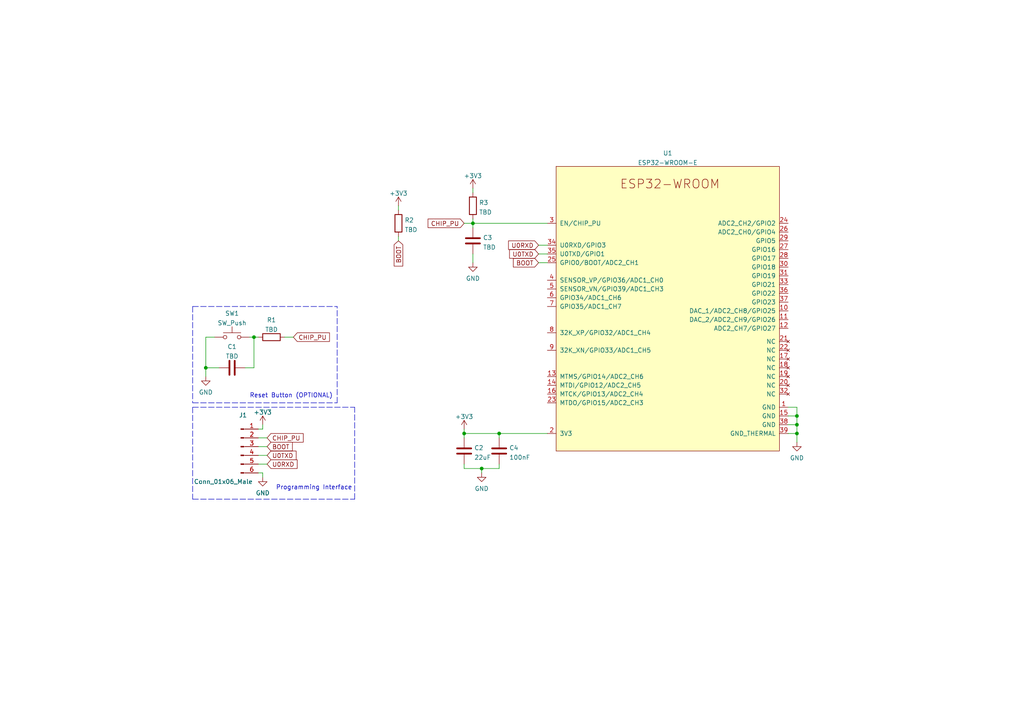
<source format=kicad_sch>
(kicad_sch (version 20211123) (generator eeschema)
  (paper "A4")
  (lib_symbols
    (symbol "Connector:Conn_01x06_Male" (pin_names (offset 1.016) hide)
      (property "Reference" "J" (at 0 7.62 0))
      (property "Value" "Conn_01x06_Male" (at 0 -10.16 0))
      (symbol "Conn_01x06_Male_1_1"
        (polyline (pts (xy 1.27 -7.62) (xy 0.8636 -7.62)) (stroke (width 0.1524)))
        (polyline (pts (xy 1.27 -5.08) (xy 0.8636 -5.08)) (stroke (width 0.1524)))
        (polyline (pts (xy 1.27 -2.54) (xy 0.8636 -2.54)) (stroke (width 0.1524)))
        (polyline (pts (xy 1.27 0) (xy 0.8636 0)) (stroke (width 0.1524)))
        (polyline (pts (xy 1.27 2.54) (xy 0.8636 2.54)) (stroke (width 0.1524)))
        (polyline (pts (xy 1.27 5.08) (xy 0.8636 5.08)) (stroke (width 0.1524)))
        (rectangle (start 0.8636 -7.493) (end 0 -7.747) (stroke (width 0.1524)) (fill (type outline)))
        (rectangle (start 0.8636 -4.953) (end 0 -5.207) (stroke (width 0.1524)) (fill (type outline)))
        (rectangle (start 0.8636 -2.413) (end 0 -2.667) (stroke (width 0.1524)) (fill (type outline)))
        (rectangle (start 0.8636 0.127) (end 0 -0.127) (stroke (width 0.1524)) (fill (type outline)))
        (rectangle (start 0.8636 2.667) (end 0 2.413) (stroke (width 0.1524)) (fill (type outline)))
        (rectangle (start 0.8636 5.207) (end 0 4.953) (stroke (width 0.1524)) (fill (type outline)))
        (pin passive line (at 5.08 5.08 180) (length 3.81) (name "Pin_1") (number "1"))
        (pin passive line (at 5.08 2.54 180) (length 3.81) (name "Pin_2") (number "2"))
        (pin passive line (at 5.08 0 180) (length 3.81) (name "Pin_3") (number "3"))
        (pin passive line (at 5.08 -2.54 180) (length 3.81) (name "Pin_4") (number "4"))
        (pin passive line (at 5.08 -5.08 180) (length 3.81) (name "Pin_5") (number "5"))
        (pin passive line (at 5.08 -7.62 180) (length 3.81) (name "Pin_6") (number "6"))
      )
    )
    (symbol "Device:C" (pin_numbers hide) (pin_names (offset 0.254))
      (property "Reference" "C" (at 0.635 2.54 0))
      (property "Value" "C" (at 0.635 -2.54 0))
      (symbol "C_0_1"
        (polyline (pts (xy -2.032 -0.762) (xy 2.032 -0.762)) (stroke (width 0.508)))
        (polyline (pts (xy -2.032 0.762) (xy 2.032 0.762)) (stroke (width 0.508)))
      )
      (symbol "C_1_1"
        (pin passive line (at 0 3.81 270) (length 2.794) (name "~") (number "1"))
        (pin passive line (at 0 -3.81 90) (length 2.794) (name "~") (number "2"))
      )
    )
    (symbol "Device:R" (pin_numbers hide) (pin_names (offset 0))
      (property "Reference" "R" (at 2.032 0 90))
      (property "Value" "R" (at 0 0 90))
      (symbol "R_0_1"
        (rectangle (start -1.016 -2.54) (end 1.016 2.54) (stroke (width 0.254)))
      )
      (symbol "R_1_1"
        (pin passive line (at 0 3.81 270) (length 1.27) (name "~") (number "1"))
        (pin passive line (at 0 -3.81 90) (length 1.27) (name "~") (number "2"))
      )
    )
    (symbol "Espressif:ESP32-WROOM-E" (pin_names (offset 1.016))
      (property "Reference" "U" (at 0 43.18 0))
      (property "Value" "ESP32-WROOM-E" (at 0 -41.91 0))
      (symbol "ESP32-WROOM-E_0_1"
        (rectangle (start 33.02 41.91) (end -31.75 -40.64) (fill (type background)))
      )
      (symbol "ESP32-WROOM-E_1_1"
        (text "ESP32-­WROOM­" (at 1.27 36.83 0) (effects (font (size 2.54 2.54))))
        (pin power_in line (at 35.56 -27.94 180) (length 2.54) (name "GND") (number "1"))
        (pin bidirectional line (at 35.56 0 180) (length 2.54) (name "DAC_1/ADC2_CH8/GPIO25") (number "10"))
        (pin bidirectional line (at 35.56 -2.54 180) (length 2.54) (name "DAC_2/ADC2_CH9/GPIO26") (number "11"))
        (pin bidirectional line (at 35.56 -5.08 180) (length 2.54) (name "ADC2_CH7/GPIO27") (number "12"))
        (pin bidirectional line (at -34.29 -19.05 0) (length 2.54) (name "MTMS/GPIO14/ADC2_CH6") (number "13"))
        (pin bidirectional line (at -34.29 -21.59 0) (length 2.54) (name "MTDI/GPIO12/ADC2_CH5") (number "14"))
        (pin power_in line (at 35.56 -30.48 180) (length 2.54) (name "GND") (number "15"))
        (pin bidirectional line (at -34.29 -24.13 0) (length 2.54) (name "MTCK/GPIO13/ADC2_CH4") (number "16"))
        (pin no_connect line (at 35.56 -13.97 180) (length 2.54) (name "NC") (number "17"))
        (pin no_connect line (at 35.56 -16.51 180) (length 2.54) (name "NC") (number "18"))
        (pin no_connect line (at 35.56 -19.05 180) (length 2.54) (name "NC") (number "19"))
        (pin power_in line (at -34.29 -35.56 0) (length 2.54) (name "3V3") (number "2"))
        (pin no_connect line (at 35.56 -21.59 180) (length 2.54) (name "NC") (number "20"))
        (pin no_connect line (at 35.56 -8.89 180) (length 2.54) (name "NC") (number "21"))
        (pin no_connect line (at 35.56 -11.43 180) (length 2.54) (name "NC") (number "22"))
        (pin bidirectional line (at -34.29 -26.67 0) (length 2.54) (name "MTDO/GPIO15/ADC2_CH3") (number "23"))
        (pin bidirectional line (at 35.56 25.4 180) (length 2.54) (name "ADC2_CH2/GPIO2") (number "24"))
        (pin bidirectional line (at -34.29 13.97 0) (length 2.54) (name "GPIO0/BOOT/ADC2_CH1") (number "25"))
        (pin bidirectional line (at 35.56 22.86 180) (length 2.54) (name "ADC2_CH0/GPIO4") (number "26"))
        (pin bidirectional line (at 35.56 17.78 180) (length 2.54) (name "GPIO16") (number "27"))
        (pin bidirectional line (at 35.56 15.24 180) (length 2.54) (name "GPIO17") (number "28"))
        (pin bidirectional line (at 35.56 20.32 180) (length 2.54) (name "GPIO5") (number "29"))
        (pin input line (at -34.29 25.4 0) (length 2.54) (name "EN/CHIP_PU") (number "3"))
        (pin bidirectional line (at 35.56 12.7 180) (length 2.54) (name "GPIO18") (number "30"))
        (pin bidirectional line (at 35.56 10.16 180) (length 2.54) (name "GPIO19") (number "31"))
        (pin no_connect line (at 35.56 -24.13 180) (length 2.54) (name "NC") (number "32"))
        (pin bidirectional line (at 35.56 7.62 180) (length 2.54) (name "GPIO21") (number "33"))
        (pin bidirectional line (at -34.29 19.05 0) (length 2.54) (name "U0RXD/GPIO3") (number "34"))
        (pin bidirectional line (at -34.29 16.51 0) (length 2.54) (name "U0TXD/GPIO1") (number "35"))
        (pin bidirectional line (at 35.56 5.08 180) (length 2.54) (name "GPIO22") (number "36"))
        (pin bidirectional line (at 35.56 2.54 180) (length 2.54) (name "GPIO23") (number "37"))
        (pin power_in line (at 35.56 -33.02 180) (length 2.54) (name "GND") (number "38"))
        (pin power_in line (at 35.56 -35.56 180) (length 2.54) (name "GND_THERMAL") (number "39"))
        (pin input line (at -34.29 8.89 0) (length 2.54) (name "SENSOR_VP/GPIO36/ADC1_CH0") (number "4"))
        (pin input line (at -34.29 6.35 0) (length 2.54) (name "SENSOR_VN/GPIO39/ADC1_CH3") (number "5"))
        (pin input line (at -34.29 3.81 0) (length 2.54) (name "GPIO34/ADC1_CH6") (number "6"))
        (pin input line (at -34.29 1.27 0) (length 2.54) (name "GPIO35/ADC1_CH7") (number "7"))
        (pin bidirectional line (at -34.29 -6.35 0) (length 2.54) (name "32K_XP/GPIO32/ADC1_CH4") (number "8"))
        (pin bidirectional line (at -34.29 -11.43 0) (length 2.54) (name "32K_XN/GPIO33/ADC1_CH5") (number "9"))
      )
    )
    (symbol "Switch:SW_Push" (pin_numbers hide) (pin_names (offset 1.016) hide)
      (property "Reference" "SW" (at 1.27 2.54 0))
      (property "Value" "SW_Push" (at 0 -1.524 0))
      (symbol "SW_Push_0_1"
        (circle (center -2.032 0) (radius 0.508))
        (polyline (pts (xy 0 1.27) (xy 0 3.048)))
        (polyline (pts (xy 2.54 1.27) (xy -2.54 1.27)))
        (circle (center 2.032 0) (radius 0.508))
        (pin passive line (at -5.08 0 0) (length 2.54) (name "1") (number "1"))
        (pin passive line (at 5.08 0 180) (length 2.54) (name "2") (number "2"))
      )
    )
    (symbol "power:+3V3" (power) (pin_names (offset 0))
      (property "Value" "+3V3" (at 0 3.556 0))
      (symbol "+3V3_0_1"
        (polyline (pts (xy -0.762 1.27) (xy 0 2.54)))
        (polyline (pts (xy 0 0) (xy 0 2.54)))
        (polyline (pts (xy 0 2.54) (xy 0.762 1.27)))
      )
      (symbol "+3V3_1_1"
        (pin power_in line (at 0 0 90) (length 0) hide (name "+3V3") (number "1"))
      )
    )
    (symbol "power:GND" (power) (pin_names (offset 0))
      (property "Value" "GND" (at 0 -3.81 0))
      (symbol "GND_0_1"
        (polyline (pts (xy 0 0) (xy 0 -1.27) (xy 1.27 -1.27) (xy 0 -2.54) (xy -1.27 -1.27) (xy 0 -1.27)))
      )
      (symbol "GND_1_1"
        (pin power_in line (at 0 0 270) (length 0) hide (name "GND") (number "1"))
      )
    )
  )
  (junction (at 139.7 135.89))
  (junction (at 134.62 125.73))
  (junction (at 137.16 64.77))
  (junction (at 59.69 106.68))
  (junction (at 73.66 97.79))
  (junction (at 231.14 120.65))
  (junction (at 231.14 123.19))
  (junction (at 231.14 125.73))
  (junction (at 144.78 125.73))
  (wire (pts (xy 71.12 106.68) (xy 73.66 106.68)))
  (wire (pts (xy 134.62 135.89) (xy 139.7 135.89)))
  (wire (pts (xy 231.14 125.73) (xy 231.14 128.27)))
  (polyline (pts (xy 102.87 144.78) (xy 102.87 118.11)))
  (wire (pts (xy 74.93 132.08) (xy 77.47 132.08)))
  (wire (pts (xy 228.6 125.73) (xy 231.14 125.73)))
  (wire (pts (xy 115.57 59.69) (xy 115.57 60.96)))
  (wire (pts (xy 137.16 64.77) (xy 137.16 66.04)))
  (wire (pts (xy 73.66 97.79) (xy 74.93 97.79)))
  (polyline (pts (xy 55.88 118.11) (xy 102.87 118.11)))
  (wire (pts (xy 115.57 68.58) (xy 115.57 69.85)))
  (wire (pts (xy 231.14 123.19) (xy 231.14 125.73)))
  (wire (pts (xy 74.93 124.46) (xy 76.2 124.46)))
  (wire (pts (xy 144.78 125.73) (xy 134.62 125.73)))
  (wire (pts (xy 228.6 120.65) (xy 231.14 120.65)))
  (wire (pts (xy 228.6 123.19) (xy 231.14 123.19)))
  (polyline (pts (xy 55.88 116.84) (xy 97.79 116.84)))
  (wire (pts (xy 134.62 64.77) (xy 137.16 64.77)))
  (wire (pts (xy 59.69 106.68) (xy 59.69 109.22)))
  (polyline (pts (xy 55.88 118.11) (xy 55.88 144.78)))
  (wire (pts (xy 139.7 135.89) (xy 144.78 135.89)))
  (wire (pts (xy 231.14 118.11) (xy 231.14 120.65)))
  (wire (pts (xy 228.6 118.11) (xy 231.14 118.11)))
  (wire (pts (xy 231.14 120.65) (xy 231.14 123.19)))
  (wire (pts (xy 74.93 127) (xy 77.47 127)))
  (wire (pts (xy 74.93 137.16) (xy 76.2 137.16)))
  (wire (pts (xy 76.2 137.16) (xy 76.2 138.43)))
  (wire (pts (xy 134.62 134.62) (xy 134.62 135.89)))
  (polyline (pts (xy 55.88 88.9) (xy 55.88 116.84)))
  (wire (pts (xy 156.21 73.66) (xy 158.75 73.66)))
  (polyline (pts (xy 55.88 144.78) (xy 102.87 144.78)))
  (wire (pts (xy 137.16 73.66) (xy 137.16 76.2)))
  (wire (pts (xy 158.75 125.73) (xy 144.78 125.73)))
  (wire (pts (xy 144.78 125.73) (xy 144.78 127)))
  (wire (pts (xy 156.21 71.12) (xy 158.75 71.12)))
  (wire (pts (xy 144.78 135.89) (xy 144.78 134.62)))
  (wire (pts (xy 139.7 135.89) (xy 139.7 137.16)))
  (wire (pts (xy 74.93 129.54) (xy 77.47 129.54)))
  (wire (pts (xy 156.21 76.2) (xy 158.75 76.2)))
  (wire (pts (xy 62.23 97.79) (xy 59.69 97.79)))
  (wire (pts (xy 74.93 134.62) (xy 77.47 134.62)))
  (polyline (pts (xy 55.88 88.9) (xy 97.79 88.9)))
  (wire (pts (xy 82.55 97.79) (xy 85.09 97.79)))
  (wire (pts (xy 134.62 125.73) (xy 134.62 124.46)))
  (wire (pts (xy 73.66 97.79) (xy 72.39 97.79)))
  (wire (pts (xy 137.16 63.5) (xy 137.16 64.77)))
  (wire (pts (xy 76.2 124.46) (xy 76.2 123.19)))
  (wire (pts (xy 134.62 125.73) (xy 134.62 127)))
  (wire (pts (xy 59.69 97.79) (xy 59.69 106.68)))
  (wire (pts (xy 73.66 106.68) (xy 73.66 97.79)))
  (wire (pts (xy 59.69 106.68) (xy 63.5 106.68)))
  (wire (pts (xy 137.16 54.61) (xy 137.16 55.88)))
  (polyline (pts (xy 97.79 116.84) (xy 97.79 88.9)))
  (wire (pts (xy 137.16 64.77) (xy 158.75 64.77)))
  (text "Programming Interface" (at 80.01 142.24 0) (effects (font (size 1.27 1.27)) (justify left bottom)))
  (text "Reset Button (OPTIONAL)" (at 72.39 115.57 0) (effects (font (size 1.27 1.27)) (justify left bottom)))
  (global_label "CHIP_PU" (shape input) (at 85.09 97.79 0) (property "Intersheet References" "${INTERSHEET_REFS}" (effects hide)))
  (global_label "BOOT" (shape input) (at 77.47 129.54 0) (property "Intersheet References" "${INTERSHEET_REFS}" (effects hide)))
  (global_label "U0RXD" (shape input) (at 156.21 71.12 180) (property "Intersheet References" "${INTERSHEET_REFS}" (effects hide)))
  (global_label "U0TXD" (shape input) (at 77.47 132.08 0) (property "Intersheet References" "${INTERSHEET_REFS}" (effects hide)))
  (global_label "U0RXD" (shape input) (at 77.47 134.62 0) (property "Intersheet References" "${INTERSHEET_REFS}" (effects hide)))
  (global_label "BOOT" (shape input) (at 156.21 76.2 180) (property "Intersheet References" "${INTERSHEET_REFS}" (effects hide)))
  (global_label "U0TXD" (shape input) (at 156.21 73.66 180) (property "Intersheet References" "${INTERSHEET_REFS}" (effects hide)))
  (global_label "CHIP_PU" (shape input) (at 77.47 127 0) (property "Intersheet References" "${INTERSHEET_REFS}" (effects hide)))
  (global_label "BOOT" (shape input) (at 115.57 69.85 270) (property "Intersheet References" "${INTERSHEET_REFS}" (effects hide)))
  (global_label "CHIP_PU" (shape input) (at 134.62 64.77 180) (property "Intersheet References" "${INTERSHEET_REFS}" (effects hide)))
  (symbol (lib_id "Device:C") (at 137.16 69.85 0) (unit 1)
    (property "Reference" "C3" (at 140.081 68.9415 0) (effects (justify left)))
    (property "Value" "TBD" (at 140.081 71.7166 0) (effects (justify left)))
    (property "Footprint" "Capacitor_SMD:C_0603_1608Metric" (effects hide))
  )
  (symbol (lib_id "Connector:Conn_01x06_Male") (at 69.85 129.54 0) (unit 1)
    (property "Reference" "J1" (at 70.485 120.4173 0))
    (property "Value" "Conn_01x06_Male" (at 64.77 139.7 0))
    (property "Footprint" "Connector_PinHeader_2.54mm:PinHeader_1x06_P2.54mm_Vertical" (effects hide))
  )
  (symbol (lib_id "Device:C") (at 134.62 130.81 0) (unit 1)
    (property "Reference" "C2" (at 137.541 129.9015 0) (effects (justify left)))
    (property "Value" "22uF" (at 137.541 132.6766 0) (effects (justify left)))
    (property "Footprint" "Capacitor_SMD:C_0603_1608Metric" (effects hide))
  )
  (symbol (lib_id "Device:C") (at 67.31 106.68 90) (unit 1)
    (property "Reference" "C1" (at 67.31 100.5545 90))
    (property "Value" "TBD" (at 67.31 103.3296 90))
    (property "Footprint" "Capacitor_SMD:C_0603_1608Metric" (effects hide))
  )
  (symbol (lib_id "Device:C") (at 144.78 130.81 0) (unit 1)
    (property "Reference" "C4" (at 147.701 129.9015 0) (effects (justify left)))
    (property "Value" "100nF" (at 147.701 132.6766 0) (effects (justify left)))
    (property "Footprint" "Capacitor_SMD:C_0603_1608Metric" (effects hide))
  )
  (symbol (lib_id "Espressif:ESP32-WROOM-E") (at 193.04 90.17 0) (unit 1)
    (property "Reference" "U1" (at 193.675 44.4205 0))
    (property "Value" "ESP32-WROOM-E" (at 193.675 47.1956 0))
    (property "Footprint" "Espressif:ESP32-WROOM-32E" (effects hide))
    (property "Datasheet" "https://www.espressif.com/sites/default/files/documentation/esp32-wroom-32e_esp32-wroom-32ue_datasheet_en.pdf" (effects hide))
  )
  (symbol (lib_id "Device:R") (at 115.57 64.77 180) (unit 1)
    (property "Reference" "R2" (at 117.348 63.8615 0) (effects (justify right)))
    (property "Value" "TBD" (at 117.348 66.6366 0) (effects (justify right)))
    (property "Footprint" "Resistor_SMD:R_0603_1608Metric" (effects hide))
  )
  (symbol (lib_id "power:GND") (at 137.16 76.2 0) (unit 1)
    (property "Reference" "#PWR0105" (effects hide))
    (property "Value" "GND" (at 137.16 80.7625 0))
  )
  (symbol (lib_id "power:+3V3") (at 134.62 124.46 0) (unit 1)
    (property "Reference" "#PWR0107" (effects hide))
    (property "Value" "+3V3" (at 134.62 120.8555 0))
  )
  (symbol (lib_id "power:GND") (at 231.14 128.27 0) (unit 1)
    (property "Reference" "#PWR0101" (effects hide))
    (property "Value" "GND" (at 231.14 132.8325 0))
  )
  (symbol (lib_id "power:GND") (at 139.7 137.16 0) (unit 1)
    (property "Reference" "#PWR0108" (effects hide))
    (property "Value" "GND" (at 139.7 141.7225 0))
  )
  (symbol (lib_id "power:+3V3") (at 115.57 59.69 0) (unit 1)
    (property "Reference" "#PWR0106" (effects hide))
    (property "Value" "+3V3" (at 115.57 56.0855 0))
  )
  (symbol (lib_id "power:+3V3") (at 137.16 54.61 0) (unit 1)
    (property "Reference" "#PWR0109" (effects hide))
    (property "Value" "+3V3" (at 137.16 51.0055 0))
  )
  (symbol (lib_id "Device:R") (at 137.16 59.69 0) (unit 1)
    (property "Reference" "R3" (at 138.938 58.7815 0) (effects (justify left)))
    (property "Value" "TBD" (at 138.938 61.5566 0) (effects (justify left)))
    (property "Footprint" "Resistor_SMD:R_0603_1608Metric" (effects hide))
  )
  (symbol (lib_id "power:GND") (at 76.2 138.43 0) (unit 1)
    (property "Reference" "#PWR0103" (effects hide))
    (property "Value" "GND" (at 76.2 142.9925 0))
  )
  (symbol (lib_id "Switch:SW_Push") (at 67.31 97.79 0) (unit 1)
    (property "Reference" "SW1" (at 67.31 90.9025 0))
    (property "Value" "SW_Push" (at 67.31 93.6776 0))
    (property "Footprint" "Button_Switch_SMD:SW_Push_1P1T_NO_6x6mm_H9.5mm" (effects hide))
  )
  (symbol (lib_id "power:+3V3") (at 76.2 123.19 0) (unit 1)
    (property "Reference" "#PWR0104" (effects hide))
    (property "Value" "+3V3" (at 76.2 119.5855 0))
  )
  (symbol (lib_id "power:GND") (at 59.69 109.22 0) (unit 1)
    (property "Reference" "#PWR0102" (effects hide))
    (property "Value" "GND" (at 59.69 113.7825 0))
  )
  (symbol (lib_id "Device:R") (at 78.74 97.79 90) (unit 1)
    (property "Reference" "R1" (at 78.74 92.8075 90))
    (property "Value" "TBD" (at 78.74 95.5826 90))
    (property "Footprint" "Resistor_SMD:R_0603_1608Metric" (effects hide))
  )
)
</source>
